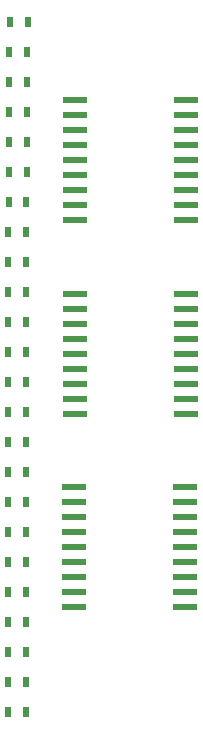
<source format=gbr>
G04 #@! TF.FileFunction,Paste,Bot*
%FSLAX46Y46*%
G04 Gerber Fmt 4.6, Leading zero omitted, Abs format (unit mm)*
G04 Created by KiCad (PCBNEW 4.0.7) date 07/29/18 14:17:34*
%MOMM*%
%LPD*%
G01*
G04 APERTURE LIST*
%ADD10C,0.100000*%
%ADD11R,0.500000X0.900000*%
%ADD12R,2.000000X0.600000*%
G04 APERTURE END LIST*
D10*
D11*
X57360000Y-73410000D03*
X58860000Y-73410000D03*
X57310000Y-75960000D03*
X58810000Y-75960000D03*
X57260000Y-78500000D03*
X58760000Y-78500000D03*
X57280000Y-81040000D03*
X58780000Y-81040000D03*
X57300000Y-83580000D03*
X58800000Y-83580000D03*
X57280000Y-86110000D03*
X58780000Y-86110000D03*
X57250000Y-88650000D03*
X58750000Y-88650000D03*
X57220000Y-91200000D03*
X58720000Y-91200000D03*
X57190000Y-93730000D03*
X58690000Y-93730000D03*
X57210000Y-96260000D03*
X58710000Y-96260000D03*
X57200000Y-98810000D03*
X58700000Y-98810000D03*
X57200000Y-101350000D03*
X58700000Y-101350000D03*
X57200000Y-103890000D03*
X58700000Y-103890000D03*
X57200000Y-106430000D03*
X58700000Y-106430000D03*
X57180000Y-108960000D03*
X58680000Y-108960000D03*
X57200000Y-111510000D03*
X58700000Y-111510000D03*
X57200000Y-114050000D03*
X58700000Y-114050000D03*
X57210000Y-116590000D03*
X58710000Y-116590000D03*
X57190000Y-119130000D03*
X58690000Y-119130000D03*
X57170000Y-121670000D03*
X58670000Y-121670000D03*
X57170000Y-124210000D03*
X58670000Y-124210000D03*
X57170000Y-126750000D03*
X58670000Y-126750000D03*
X57200000Y-129290000D03*
X58700000Y-129290000D03*
X57200000Y-131820000D03*
X58700000Y-131820000D03*
D12*
X72280000Y-80010000D03*
X72280000Y-81280000D03*
X72280000Y-82550000D03*
X72280000Y-83820000D03*
X72280000Y-85090000D03*
X72280000Y-86360000D03*
X72280000Y-87630000D03*
X72280000Y-88900000D03*
X72280000Y-90170000D03*
X62880000Y-90170000D03*
X62880000Y-88900000D03*
X62880000Y-87630000D03*
X62880000Y-86360000D03*
X62880000Y-85090000D03*
X62880000Y-83820000D03*
X62880000Y-82550000D03*
X62880000Y-81280000D03*
X62880000Y-80010000D03*
X72280000Y-96390000D03*
X72280000Y-97660000D03*
X72280000Y-98930000D03*
X72280000Y-100200000D03*
X72280000Y-101470000D03*
X72280000Y-102740000D03*
X72280000Y-104010000D03*
X72280000Y-105280000D03*
X72280000Y-106550000D03*
X62880000Y-106550000D03*
X62880000Y-105280000D03*
X62880000Y-104010000D03*
X62880000Y-102740000D03*
X62880000Y-101470000D03*
X62880000Y-100200000D03*
X62880000Y-98930000D03*
X62880000Y-97660000D03*
X62880000Y-96390000D03*
X72150000Y-112780000D03*
X72150000Y-114050000D03*
X72150000Y-115320000D03*
X72150000Y-116590000D03*
X72150000Y-117860000D03*
X72150000Y-119130000D03*
X72150000Y-120400000D03*
X72150000Y-121670000D03*
X72150000Y-122940000D03*
X62750000Y-122940000D03*
X62750000Y-121670000D03*
X62750000Y-120400000D03*
X62750000Y-119130000D03*
X62750000Y-117860000D03*
X62750000Y-116590000D03*
X62750000Y-115320000D03*
X62750000Y-114050000D03*
X62750000Y-112780000D03*
M02*

</source>
